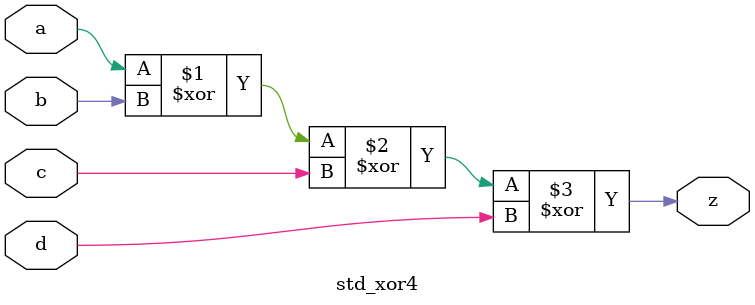
<source format=sv>

module std_xor4 #(parameter DW = 1 ) // array width
(
	input [DW-1:0]  a,
	input [DW-1:0]  b,
	input [DW-1:0]  c,
	input [DW-1:0]  d,
	output [DW-1:0] z
);

assign z =  a ^ b ^ c ^ d;

endmodule

</source>
